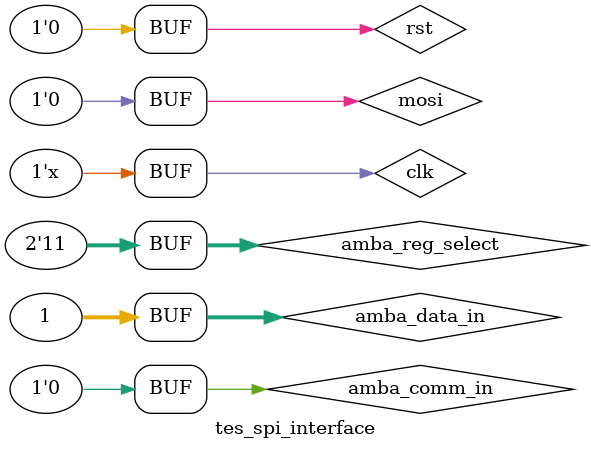
<source format=v>
`timescale 1ns / 1ps


module tes_spi_interface;

	// Inputs
	reg clk;
	reg rst;
	reg [31:0] amba_data_in;
	reg amba_comm_in;
	reg [1:0] amba_reg_select;
	reg mosi;

	// Outputs
	wire [31:0] amba_dout;
	wire HOLD_ENABLE;
	wire miso;
	wire sck;
	wire cs;

	// Instantiate the Unit Under Test (UUT)
	spi_interface uut (
		.clk(clk), 
		.rst(rst), 
		.amba_din(amba_data_in), 
		.amba_command(amba_comm_in), 
		.amba_reg_select(amba_reg_select), 
		.amba_dout(amba_dout), 
		.mosi(mosi), 
		.HOLD_ENABLE(HOLD_ENABLE), 
		.miso(miso), 
		.sck(sck), 
		.cs(cs)
	);

	initial begin
		// Initialize Inputs
		clk = 0;
		rst = 0;
		rst = 1;
		#100;
		rst = 0;
		amba_data_in = 0;
		amba_comm_in = 0;
		amba_reg_select = 0;
		mosi = 0;

		// Wait 100 ns for global reset to finish
		#100;
        
		// Add stimulus here
	#125;
	amba_reg_select <= 2'b01;
	amba_comm_in <= 1;
	amba_data_in <= 32'h00000001;
	//amba_data_in <= 32'b0;
	
	#3000;
	amba_reg_select <= 2'b10;
	amba_comm_in <= 1;
	amba_data_in <= 32'h0fffffff;
	
	#2400;
	amba_reg_select <= 2'b01;
	amba_comm_in <= 1;
	amba_data_in <= 32'h00000001;
	
	#2000;
	amba_reg_select <= 2'b11;
	amba_comm_in <= 0;
	//amba_data_in <= 32'h00000001;
	
end
	always #31.25 clk = ~clk;

      
endmodule


</source>
